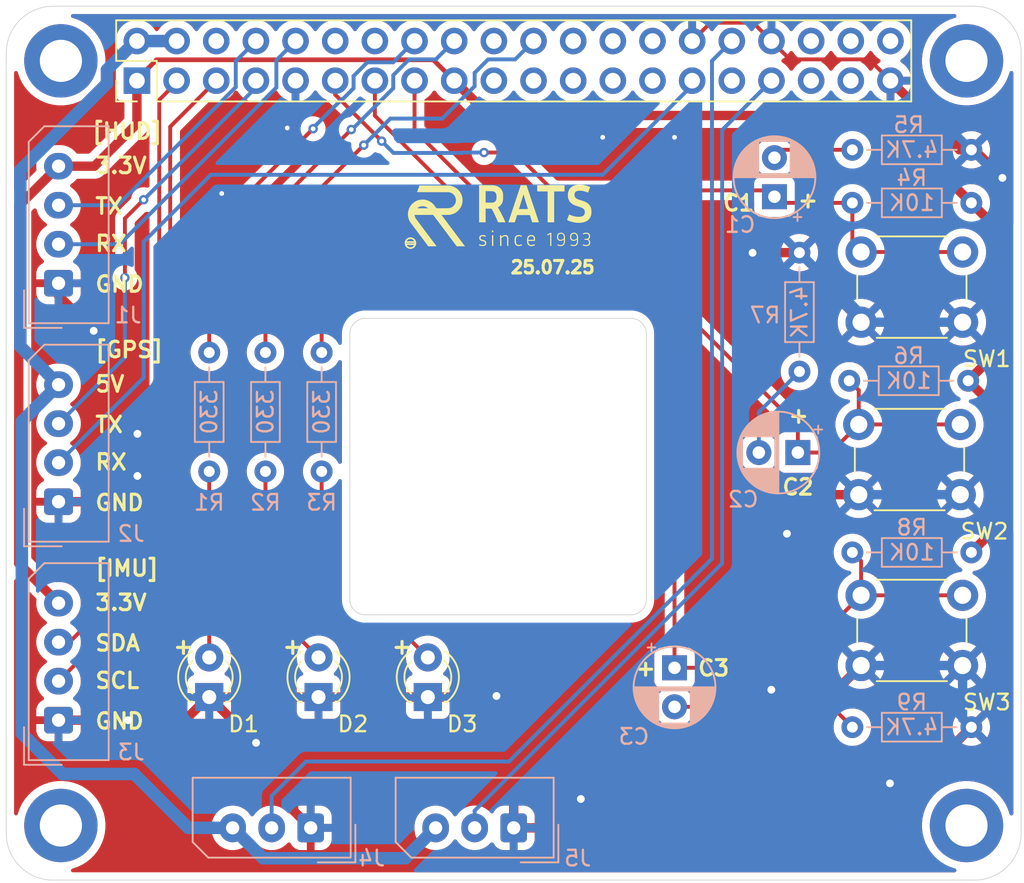
<source format=kicad_pcb>
(kicad_pcb (version 20241229) (generator "pcbnew") (generator_version "9.0")
  (layers (0 "F.Cu" signal) (2 "B.Cu" signal) (13 "F.Paste" user) (15 "B.Paste" user) (5 "F.SilkS" user "F.Silkscreen") (7 "B.SilkS" user "B.Silkscreen") (1 "F.Mask" user) (3 "B.Mask" user) (25 "Edge.Cuts" user))
  (net 0 "")
  (net 1 "Net-(C1-Pad2)")
  (net 2 "UART2_TX")
  (net 3 "Net-(C2-Pad2)")
  (net 4 "GND")
  (net 5 "5V")
  (net 6 "Net-(C3-Pad2)")
  (net 9 "GPIO12_PWM0")
  (net 13 "UART2_RX")
  (net 15 "3.3V")
  (net 18 "GPIO23_LED0")
  (net 19 "I2C0_SDA")
  (net 20 "GPIO27_btn2")
  (net 22 "UART0_RX")
  (net 23 "GPIO24_LED1")
  (net 24 "UART0_TX")
  (net 25 "GPIO22_btn1")
  (net 27 "GPIO25_LED2")
  (net 28 "I2C0_SCL")
  (net 30 "GPIO13_PWM1")
  (net 31 "GPIO17_btn0")
  (net 44 "Net-(D1-A)")
  (net 45 "Net-(D2-A)")
  (net 46 "Net-(D3-A)")
  (footprint "MountingHole:MountingHole_2.7mm_M2.5_DIN965_Pad_TopBottom" (layer "F.Cu") (at 3.5 52.5)
    (property "Reference" "H4" (hide yes))
    (property "Value" "MountingHole_Pad" (hide yes))
    (pad "1" thru_hole circle (at 0 0) (size 3.1 3.1) (drill 2.7) (layers "*.Cu" "*.Mask"))
    (pad "1" connect circle (at 0 0) (size 4.7 4.7) (layers "F.Cu" "F.Mask"))
    (pad "1" connect circle (at 0 0) (size 4.7 4.7) (layers "B.Cu" "B.Mask"))
  )
  (footprint "MountingHole:MountingHole_2.7mm_M2.5_DIN965_Pad_TopBottom" (layer "F.Cu") (at 3.5 3.5)
    (property "Reference" "H1" (hide yes))
    (property "Value" "MountingHole_Pad" (hide yes))
    (pad "1" thru_hole circle (at 0 0) (size 3.1 3.1) (drill 2.7) (layers "*.Cu" "*.Mask"))
    (pad "1" connect circle (at 0 0) (size 4.7 4.7) (layers "F.Cu" "F.Mask"))
    (pad "1" connect circle (at 0 0) (size 4.7 4.7) (layers "B.Cu" "B.Mask"))
  )
  (footprint "LED_THT:LED_D3.0mm" (layer "F.Cu") (at 27 44.27 90)
    (property "Reference" "D3" (at -1.73 2.2 180) (layer "F.SilkS"))
    (property "Value" "LED" (hide yes))
    (pad "1" thru_hole rect (at 0 0 90) (size 1.8 1.8) (drill 0.9) (layers "*.Cu" "*.Mask") (net 4 "GND"))
    (pad "2" thru_hole circle (at 2.54 0 90) (size 1.8 1.8) (drill 0.9) (layers "*.Cu" "*.Mask") (net 46 "Net-(D3-A)"))
  )
  (footprint "LED_THT:LED_D3.0mm" (layer "F.Cu") (at 13 44.27 90)
    (property "Reference" "D1" (at -1.73 2.2 180) (layer "F.SilkS"))
    (property "Value" "LED" (hide yes))
    (pad "1" thru_hole rect (at 0 0 90) (size 1.8 1.8) (drill 0.9) (layers "*.Cu" "*.Mask") (net 4 "GND"))
    (pad "2" thru_hole circle (at 2.54 0 90) (size 1.8 1.8) (drill 0.9) (layers "*.Cu" "*.Mask") (net 44 "Net-(D1-A)"))
  )
  (footprint "Button_Switch_THT:SW_PUSH_6mm" (layer "F.Cu") (at 61.1 31.3 180)
    (property "Reference" "SW2" (at -1.55 -2.35 0) (layer "F.SilkS"))
    (property "Value" "SW_Push" (hide yes))
    (pad "1" thru_hole circle (at 0 0 270) (size 2 2) (drill 1.1) (layers "*.Cu" "*.Mask") (net 4 "GND"))
    (pad "1" thru_hole circle (at 6.5 0 270) (size 2 2) (drill 1.1) (layers "*.Cu" "*.Mask") (net 4 "GND"))
    (pad "2" thru_hole circle (at 0 4.5 270) (size 2 2) (drill 1.1) (layers "*.Cu" "*.Mask") (net 25 "GPIO22_btn1"))
    (pad "2" thru_hole circle (at 6.5 4.5 270) (size 2 2) (drill 1.1) (layers "*.Cu" "*.Mask") (net 25 "GPIO22_btn1"))
  )
  (footprint "MountingHole:MountingHole_2.7mm_M2.5_DIN965_Pad_TopBottom" (layer "F.Cu") (at 61.5 52.5)
    (property "Reference" "H3" (hide yes))
    (property "Value" "MountingHole_Pad" (hide yes))
    (pad "1" thru_hole circle (at 0 0) (size 3.1 3.1) (drill 2.7) (layers "*.Cu" "*.Mask"))
    (pad "1" connect circle (at 0 0) (size 4.7 4.7) (layers "F.Cu" "F.Mask"))
    (pad "1" connect circle (at 0 0) (size 4.7 4.7) (layers "B.Cu" "B.Mask"))
  )
  (footprint "Button_Switch_THT:SW_PUSH_6mm" (layer "F.Cu") (at 61.25 20.25 180)
    (property "Reference" "SW1" (at -1.55 -2.35 0) (layer "F.SilkS"))
    (property "Value" "SW_Push" (hide yes))
    (pad "1" thru_hole circle (at 0 0 270) (size 2 2) (drill 1.1) (layers "*.Cu" "*.Mask") (net 4 "GND"))
    (pad "1" thru_hole circle (at 6.5 0 270) (size 2 2) (drill 1.1) (layers "*.Cu" "*.Mask") (net 4 "GND"))
    (pad "2" thru_hole circle (at 0 4.5 270) (size 2 2) (drill 1.1) (layers "*.Cu" "*.Mask") (net 31 "GPIO17_btn0"))
    (pad "2" thru_hole circle (at 6.5 4.5 270) (size 2 2) (drill 1.1) (layers "*.Cu" "*.Mask") (net 31 "GPIO17_btn0"))
  )
  (footprint "Connector_PinHeader_2.54mm:PinHeader_2x20_P2.54mm_Vertical" (layer "F.Cu") (at 8.37 4.77 90)
    (property "Reference" "G1" (hide yes))
    (property "Value" "GPIO" (hide yes))
    (pad "1" thru_hole rect (at 0 0 90) (size 1.7 1.7) (drill 1) (layers "*.Cu" "*.Mask") (net 15 "3.3V"))
    (pad "2" thru_hole oval (at 2.54 0 90) (size 1.7 1.7) (drill 1) (layers "*.Cu" "*.Mask") (net 5 "5V"))
    (pad "3" thru_hole oval (at 0 2.54 90) (size 1.7 1.7) (drill 1) (layers "*.Cu" "*.Mask") (net 19 "I2C0_SDA"))
    (pad "4" thru_hole oval (at 2.54 2.54 90) (size 1.7 1.7) (drill 1) (layers "*.Cu" "*.Mask") (net 5 "5V"))
    (pad "5" thru_hole oval (at 0 5.08 90) (size 1.7 1.7) (drill 1) (layers "*.Cu" "*.Mask") (net 28 "I2C0_SCL"))
    (pad "6" thru_hole oval (at 2.54 5.08 90) (size 1.7 1.7) (drill 1) (layers "*.Cu" "*.Mask"))
    (pad "7" thru_hole oval (at 0 7.62 90) (size 1.7 1.7) (drill 1) (layers "*.Cu" "*.Mask") (net 2 "UART2_TX"))
    (pad "8" thru_hole oval (at 2.54 7.62 90) (size 1.7 1.7) (drill 1) (layers "*.Cu" "*.Mask") (net 24 "UART0_TX"))
    (pad "9" thru_hole oval (at 0 10.16 90) (size 1.7 1.7) (drill 1) (layers "*.Cu" "*.Mask") (net 4 "GND"))
    (pad "10" thru_hole oval (at 2.54 10.16 90) (size 1.7 1.7) (drill 1) (layers "*.Cu" "*.Mask") (net 22 "UART0_RX"))
    (pad "11" thru_hole oval (at 0 12.7 90) (size 1.7 1.7) (drill 1) (layers "*.Cu" "*.Mask") (net 31 "GPIO17_btn0"))
    (pad "12" thru_hole oval (at 2.54 12.7 90) (size 1.7 1.7) (drill 1) (layers "*.Cu" "*.Mask"))
    (pad "13" thru_hole oval (at 0 15.24 90) (size 1.7 1.7) (drill 1) (layers "*.Cu" "*.Mask") (net 20 "GPIO27_btn2"))
    (pad "14" thru_hole oval (at 2.54 15.24 90) (size 1.7 1.7) (drill 1) (layers "*.Cu" "*.Mask"))
    (pad "15" thru_hole oval (at 0 17.78 90) (size 1.7 1.7) (drill 1) (layers "*.Cu" "*.Mask") (net 25 "GPIO22_btn1"))
    (pad "16" thru_hole oval (at 2.54 17.78 90) (size 1.7 1.7) (drill 1) (layers "*.Cu" "*.Mask") (net 18 "GPIO23_LED0"))
    (pad "17" thru_hole oval (at 0 20.32 90) (size 1.7 1.7) (drill 1) (layers "*.Cu" "*.Mask") (net 15 "3.3V"))
    (pad "18" thru_hole oval (at 2.54 20.32 90) (size 1.7 1.7) (drill 1) (layers "*.Cu" "*.Mask") (net 23 "GPIO24_LED1"))
    (pad "19" thru_hole oval (at 0 22.86 90) (size 1.7 1.7) (drill 1) (layers "*.Cu" "*.Mask"))
    (pad "20" thru_hole oval (at 2.54 22.86 90) (size 1.7 1.7) (drill 1) (layers "*.Cu" "*.Mask"))
    (pad "21" thru_hole oval (at 0 25.4 90) (size 1.7 1.7) (drill 1) (layers "*.Cu" "*.Mask"))
    (pad "22" thru_hole oval (at 2.54 25.4 90) (size 1.7 1.7) (drill 1) (layers "*.Cu" "*.Mask") (net 27 "GPIO25_LED2"))
    (pad "23" thru_hole oval (at 0 27.94 90) (size 1.7 1.7) (drill 1) (layers "*.Cu" "*.Mask"))
    (pad "24" thru_hole oval (at 2.54 27.94 90) (size 1.7 1.7) (drill 1) (layers "*.Cu" "*.Mask"))
    (pad "25" thru_hole oval (at 0 30.48 90) (size 1.7 1.7) (drill 1) (layers "*.Cu" "*.Mask"))
    (pad "26" thru_hole oval (at 2.54 30.48 90) (size 1.7 1.7) (drill 1) (layers "*.Cu" "*.Mask"))
    (pad "27" thru_hole oval (at 0 33.02 90) (size 1.7 1.7) (drill 1) (layers "*.Cu" "*.Mask"))
    (pad "28" thru_hole oval (at 2.54 33.02 90) (size 1.7 1.7) (drill 1) (layers "*.Cu" "*.Mask"))
    (pad "29" thru_hole oval (at 0 35.56 90) (size 1.7 1.7) (drill 1) (layers "*.Cu" "*.Mask") (net 13 "UART2_RX"))
    (pad "30" thru_hole oval (at 2.54 35.56 90) (size 1.7 1.7) (drill 1) (layers "*.Cu" "*.Mask") (net 4 "GND"))
    (pad "31" thru_hole oval (at 0 38.1 90) (size 1.7 1.7) (drill 1) (layers "*.Cu" "*.Mask"))
    (pad "32" thru_hole oval (at 2.54 38.1 90) (size 1.7 1.7) (drill 1) (layers "*.Cu" "*.Mask") (net 9 "GPIO12_PWM0"))
    (pad "33" thru_hole oval (at 0 40.64 90) (size 1.7 1.7) (drill 1) (layers "*.Cu" "*.Mask") (net 30 "GPIO13_PWM1"))
    (pad "34" thru_hole oval (at 2.54 40.64 90) (size 1.7 1.7) (drill 1) (layers "*.Cu" "*.Mask") (net 4 "GND"))
    (pad "35" thru_hole oval (at 0 43.18 90) (size 1.7 1.7) (drill 1) (layers "*.Cu" "*.Mask"))
    (pad "36" thru_hole oval (at 2.54 43.18 90) (size 1.7 1.7) (drill 1) (layers "*.Cu" "*.Mask"))
    (pad "37" thru_hole oval (at 0 45.72 90) (size 1.7 1.7) (drill 1) (layers "*.Cu" "*.Mask"))
    (pad "38" thru_hole oval (at 2.54 45.72 90) (size 1.7 1.7) (drill 1) (layers "*.Cu" "*.Mask"))
    (pad "39" thru_hole oval (at 0 48.26 90) (size 1.7 1.7) (drill 1) (layers "*.Cu" "*.Mask") (net 4 "GND"))
    (pad "40" thru_hole oval (at 2.54 48.26 90) (size 1.7 1.7) (drill 1) (layers "*.Cu" "*.Mask"))
  )
  (footprint "MountingHole:MountingHole_2.7mm_M2.5_DIN965_Pad_TopBottom" (layer "F.Cu") (at 61.5 3.5)
    (property "Reference" "H2" (hide yes))
    (property "Value" "MountingHole_Pad" (hide yes))
    (pad "1" thru_hole circle (at 0 0) (size 3.1 3.1) (drill 2.7) (layers "*.Cu" "*.Mask"))
    (pad "1" connect circle (at 0 0) (size 4.7 4.7) (layers "F.Cu" "F.Mask"))
    (pad "1" connect circle (at 0 0) (size 4.7 4.7) (layers "B.Cu" "B.Mask"))
  )
  (footprint "Button_Switch_THT:SW_PUSH_6mm" (layer "F.Cu") (at 61.25 42.25 180)
    (property "Reference" "SW3" (at -1.55 -2.35 0) (layer "F.SilkS"))
    (property "Value" "SW_Push" (hide yes))
    (pad "1" thru_hole circle (at 0 0 270) (size 2 2) (drill 1.1) (layers "*.Cu" "*.Mask") (net 4 "GND"))
    (pad "1" thru_hole circle (at 6.5 0 270) (size 2 2) (drill 1.1) (layers "*.Cu" "*.Mask") (net 4 "GND"))
    (pad "2" thru_hole circle (at 0 4.5 270) (size 2 2) (drill 1.1) (layers "*.Cu" "*.Mask") (net 20 "GPIO27_btn2"))
    (pad "2" thru_hole circle (at 6.5 4.5 270) (size 2 2) (drill 1.1) (layers "*.Cu" "*.Mask") (net 20 "GPIO27_btn2"))
  )
  (footprint "LOGO" (layer "F.Cu") (at 31.5 13.5)
    (property "Reference" "G***" (hide yes))
    (property "Value" "LOGO" (hide yes))
  )
  (footprint "LED_THT:LED_D3.0mm" (layer "F.Cu") (at 20 44.27 90)
    (property "Reference" "D2" (at -1.73 2.2 180) (layer "F.SilkS"))
    (property "Value" "LED" (hide yes))
    (pad "1" thru_hole rect (at 0 0 90) (size 1.8 1.8) (drill 0.9) (layers "*.Cu" "*.Mask") (net 4 "GND"))
    (pad "2" thru_hole circle (at 2.54 0 90) (size 1.8 1.8) (drill 0.9) (layers "*.Cu" "*.Mask") (net 45 "Net-(D2-A)"))
  )
  (footprint "Capacitor_THT:CP_Radial_D5.0mm_P2.50mm" (layer "B.Cu") (at 50.7 28.6 180)
    (property "Reference" "C2" (at 3.5 -3 0) (layer "B.SilkS") (effects (justify mirror)))
    (property "Value" "100nF, 50V" (hide yes))
    (pad "1" thru_hole rect (at 0 0 180) (size 1.6 1.6) (drill 0.8) (layers "*.Cu" "*.Mask") (net 25 "GPIO22_btn1"))
    (pad "2" thru_hole circle (at 2.5 0 180) (size 1.6 1.6) (drill 0.8) (layers "*.Cu" "*.Mask") (net 3 "Net-(C2-Pad2)"))
  )
  (footprint "Resistor_THT:R_Axial_DIN0204_L3.6mm_D1.6mm_P7.62mm_Horizontal" (layer "B.Cu") (at 20.2 22.19 -90)
    (property "Reference" "R3" (at 9.61 0 180) (layer "B.SilkS") (effects (justify mirror)))
    (property "Value" "330" (at 3.81 0 90) (layer "B.SilkS") (effects (justify mirror)))
    (pad "1" thru_hole circle (at 0 0 270) (size 1.4 1.4) (drill 0.7) (layers "*.Cu" "*.Mask") (net 27 "GPIO25_LED2"))
    (pad "2" thru_hole oval (at 7.62 0 270) (size 1.4 1.4) (drill 0.7) (layers "*.Cu" "*.Mask") (net 46 "Net-(D3-A)"))
  )
  (footprint "Resistor_THT:R_Axial_DIN0204_L3.6mm_D1.6mm_P7.62mm_Horizontal" (layer "B.Cu") (at 54.19 35)
    (property "Reference" "R8" (at 3.81 -1.6 0) (layer "B.SilkS") (effects (justify mirror)))
    (property "Value" "10K" (at 3.81 0 0) (layer "B.SilkS") (effects (justify mirror)))
    (pad "1" thru_hole circle (at 0 0) (size 1.4 1.4) (drill 0.7) (layers "*.Cu" "*.Mask") (net 20 "GPIO27_btn2"))
    (pad "2" thru_hole oval (at 7.62 0) (size 1.4 1.4) (drill 0.7) (layers "*.Cu" "*.Mask") (net 15 "3.3V"))
  )
  (footprint "Resistor_THT:R_Axial_DIN0204_L3.6mm_D1.6mm_P7.62mm_Horizontal" (layer "B.Cu") (at 61.81 9.2 180)
    (property "Reference" "R5" (at 4.01 1.6 0) (layer "B.SilkS") (effects (justify mirror)))
    (property "Value" "4.7K" (at 3.81 0 0) (layer "B.SilkS") (effects (justify mirror)))
    (pad "1" thru_hole circle (at 0 0 180) (size 1.4 1.4) (drill 0.7) (layers "*.Cu" "*.Mask") (net 4 "GND"))
    (pad "2" thru_hole oval (at 7.62 0 180) (size 1.4 1.4) (drill 0.7) (layers "*.Cu" "*.Mask") (net 1 "Net-(C1-Pad2)"))
  )
  (footprint "Resistor_THT:R_Axial_DIN0204_L3.6mm_D1.6mm_P7.62mm_Horizontal" (layer "B.Cu") (at 13 22.19 -90)
    (property "Reference" "R1" (at 9.61 0 180) (layer "B.SilkS") (effects (justify mirror)))
    (property "Value" "330" (at 3.81 0 90) (layer "B.SilkS") (effects (justify mirror)))
    (pad "1" thru_hole circle (at 0 0 270) (size 1.4 1.4) (drill 0.7) (layers "*.Cu" "*.Mask") (net 18 "GPIO23_LED0"))
    (pad "2" thru_hole oval (at 7.62 0 270) (size 1.4 1.4) (drill 0.7) (layers "*.Cu" "*.Mask") (net 44 "Net-(D1-A)"))
  )
  (footprint "Resistor_THT:R_Axial_DIN0204_L3.6mm_D1.6mm_P7.62mm_Horizontal" (layer "B.Cu") (at 53.99 24)
    (property "Reference" "R6" (at 3.81 -1.6 0) (layer "B.SilkS") (effects (justify mirror)))
    (property "Value" "10K" (at 3.81 0 0) (layer "B.SilkS") (effects (justify mirror)))
    (pad "1" thru_hole circle (at 0 0) (size 1.4 1.4) (drill 0.7) (layers "*.Cu" "*.Mask") (net 25 "GPIO22_btn1"))
    (pad "2" thru_hole oval (at 7.62 0) (size 1.4 1.4) (drill 0.7) (layers "*.Cu" "*.Mask") (net 15 "3.3V"))
  )
  (footprint "Resistor_THT:R_Axial_DIN0204_L3.6mm_D1.6mm_P7.62mm_Horizontal" (layer "B.Cu") (at 54.19 12.6)
    (property "Reference" "R4" (at 3.81 -1.6 0) (layer "B.SilkS") (effects (justify mirror)))
    (property "Value" "10K" (at 3.81 0 0) (layer "B.SilkS") (effects (justify mirror)))
    (pad "1" thru_hole circle (at 0 0) (size 1.4 1.4) (drill 0.7) (layers "*.Cu" "*.Mask") (net 31 "GPIO17_btn0"))
    (pad "2" thru_hole oval (at 7.62 0) (size 1.4 1.4) (drill 0.7) (layers "*.Cu" "*.Mask") (net 15 "3.3V"))
  )
  (footprint "Connector_Molex:Molex_SPOX_5267-04A_1x04_P2.50mm_Vertical" (layer "B.Cu") (at 3.35 17.75 90)
    (property "Reference" "J1" (at -2.05 4.45 180) (layer "B.SilkS") (effects (justify mirror)))
    (property "Value" "Molex_5268-1x4_F" (hide yes))
    (pad "1" thru_hole roundrect (at 0 0 90) (size 1.7 1.85) (drill 0.85) (layers "*.Cu" "*.Mask") (roundrect_rratio 0.147059) (net 4 "GND"))
    (pad "2" thru_hole oval (at 2.5 0 90) (size 1.7 1.85) (drill 0.85) (layers "*.Cu" "*.Mask") (net 22 "UART0_RX"))
    (pad "3" thru_hole oval (at 5 0 90) (size 1.7 1.85) (drill 0.85) (layers "*.Cu" "*.Mask") (net 24 "UART0_TX"))
    (pad "4" thru_hole oval (at 7.5 0 90) (size 1.7 1.85) (drill 0.85) (layers "*.Cu" "*.Mask") (net 15 "3.3V"))
  )
  (footprint "Resistor_THT:R_Axial_DIN0204_L3.6mm_D1.6mm_P7.62mm_Horizontal" (layer "B.Cu") (at 16.6 22.19 -90)
    (property "Reference" "R2" (at 9.61 0 180) (layer "B.SilkS") (effects (justify mirror)))
    (property "Value" "330" (at 3.81 0 90) (layer "B.SilkS") (effects (justify mirror)))
    (pad "1" thru_hole circle (at 0 0 270) (size 1.4 1.4) (drill 0.7) (layers "*.Cu" "*.Mask") (net 23 "GPIO24_LED1"))
    (pad "2" thru_hole oval (at 7.62 0 270) (size 1.4 1.4) (drill 0.7) (layers "*.Cu" "*.Mask") (net 45 "Net-(D2-A)"))
  )
  (footprint "Resistor_THT:R_Axial_DIN0204_L3.6mm_D1.6mm_P7.62mm_Horizontal" (layer "B.Cu") (at 61.81 46.2 180)
    (property "Reference" "R9" (at 3.81 1.6 0) (layer "B.SilkS") (effects (justify mirror)))
    (property "Value" "4.7K" (at 3.81 0 0) (layer "B.SilkS") (effects (justify mirror)))
    (pad "1" thru_hole circle (at 0 0 180) (size 1.4 1.4) (drill 0.7) (layers "*.Cu" "*.Mask") (net 4 "GND"))
    (pad "2" thru_hole oval (at 7.62 0 180) (size 1.4 1.4) (drill 0.7) (layers "*.Cu" "*.Mask") (net 6 "Net-(C3-Pad2)"))
  )
  (footprint "Resistor_THT:R_Axial_DIN0204_L3.6mm_D1.6mm_P7.62mm_Horizontal" (layer "B.Cu") (at 50.8 15.79 -90)
    (property "Reference" "R7" (at 4.01 2.2 180) (layer "B.SilkS") (effects (justify mirror)))
    (property "Value" "4.7K" (at 3.81 0 90) (layer "B.SilkS") (effects (justify mirror)))
    (pad "1" thru_hole circle (at 0 0 270) (size 1.4 1.4) (drill 0.7) (layers "*.Cu" "*.Mask") (net 4 "GND"))
    (pad "2" thru_hole oval (at 7.62 0 270) (size 1.4 1.4) (drill 0.7) (layers "*.Cu" "*.Mask") (net 3 "Net-(C2-Pad2)"))
  )
  (footprint "Capacitor_THT:CP_Radial_D5.0mm_P2.50mm" (layer "B.Cu") (at 49.2 12.205113 90)
    (property "Reference" "C1" (at -1.794887 -2.2 180) (layer "B.SilkS") (effects (justify mirror)))
    (property "Value" "100nF, 50V" (hide yes))
    (pad "1" thru_hole rect (at 0 0 90) (size 1.6 1.6) (drill 0.8) (layers "*.Cu" "*.Mask") (net 31 "GPIO17_btn0"))
    (pad "2" thru_hole circle (at 2.5 0 90) (size 1.6 1.6) (drill 0.8) (layers "*.Cu" "*.Mask") (net 1 "Net-(C1-Pad2)"))
  )
  (footprint "Connector_Molex:Molex_SPOX_5267-03A_1x03_P2.50mm_Vertical" (layer "B.Cu") (at 19.5 52.65 180)
    (property "Reference" "J4" (at -3.9 -1.95 0) (layer "B.SilkS") (effects (justify mirror)))
    (property "Value" "Conn_01x03_Socket" (hide yes))
    (pad "1" thru_hole roundrect (at 0 0 180) (size 1.7 1.85) (drill 0.85) (layers "*.Cu" "*.Mask") (roundrect_rratio 0.147059) (net 4 "GND"))
    (pad "2" thru_hole oval (at 2.5 0 180) (size 1.7 1.85) (drill 0.85) (layers "*.Cu" "*.Mask") (net 9 "GPIO12_PWM0"))
    (pad "3" thru_hole oval (at 5 0 180) (size 1.7 1.85) (drill 0.85) (layers "*.Cu" "*.Mask") (net 5 "5V"))
  )
  (footprint "Connector_Molex:Molex_SPOX_5267-04A_1x04_P2.50mm_Vertical" (layer "B.Cu") (at 3.35 31.75 90)
    (property "Reference" "J2" (at -2.05 4.65 180) (layer "B.SilkS") (effects (justify mirror)))
    (property "Value" "Molex_5268-1x4_F" (hide yes))
    (pad "1" thru_hole roundrect (at 0 0 90) (size 1.7 1.85) (drill 0.85) (layers "*.Cu" "*.Mask") (roundrect_rratio 0.147059) (net 4 "GND"))
    (pad "2" thru_hole oval (at 2.5 0 90) (size 1.7 1.85) (drill 0.85) (layers "*.Cu" "*.Mask") (net 13 "UART2_RX"))
    (pad "3" thru_hole oval (at 5 0 90) (size 1.7 1.85) (drill 0.85) (layers "*.Cu" "*.Mask") (net 2 "UART2_TX"))
    (pad "4" thru_hole oval (at 7.5 0 90) (size 1.7 1.85) (drill 0.85) (layers "*.Cu" "*.Mask") (net 5 "5V"))
  )
  (footprint "Capacitor_THT:CP_Radial_D5.0mm_P2.50mm" (layer "B.Cu") (at 42.8 42.394888 -90)
    (property "Reference" "C3" (at 4.405112 2.6 180) (layer "B.SilkS") (effects (justify mirror)))
    (property "Value" "100nF, 50V" (hide yes))
    (pad "1" thru_hole rect (at 0 0 270) (size 1.6 1.6) (drill 0.8) (layers "*.Cu" "*.Mask") (net 20 "GPIO27_btn2"))
    (pad "2" thru_hole circle (at 2.5 0 270) (size 1.6 1.6) (drill 0.8) (layers "*.Cu" "*.Mask") (net 6 "Net-(C3-Pad2)"))
  )
  (footprint "Connector_Molex:Molex_SPOX_5267-04A_1x04_P2.50mm_Vertical" (layer "B.Cu") (at 3.35 45.75 90)
    (property "Reference" "J3" (at -2.05 4.65 180) (layer "B.SilkS") (effects (justify mirror)))
    (property "Value" "Molex_5268-1x4_F" (hide yes))
    (pad "1" thru_hole roundrect (at 0 0 90) (size 1.7 1.85) (drill 0.85) (layers "*.Cu" "*.Mask") (roundrect_rratio 0.147059) (net 4 "GND"))
    (pad "2" thru_hole oval (at 2.5 0 90) (size 1.7 1.85) (drill 0.85) (layers "*.Cu" "*.Mask") (net 28 "I2C0_SCL"))
    (pad "3" thru_hole oval (at 5 0 90) (size 1.7 1.85) (drill 0.85) (layers "*.Cu" "*.Mask") (net 19 "I2C0_SDA"))
    (pad "4" thru_hole oval (at 7.5 0 90) (size 1.7 1.85) (drill 0.85) (layers "*.Cu" "*.Mask") (net 15 "3.3V"))
  )
  (footprint "Connector_Molex:Molex_SPOX_5267-03A_1x03_P2.50mm_Vertical" (layer "B.Cu") (at 32.5 52.65 180)
    (property "Reference" "J5" (at -4.1 -1.95 0) (layer "B.SilkS") (effects (justify mirror)))
    (property "Value" "Conn_01x03_Socket" (hide yes))
    (pad "1" thru_hole roundrect (at 0 0 180) (size 1.7 1.85) (drill 0.85) (layers "*.Cu" "*.Mask") (roundrect_rratio 0.147059) (net 4 "GND"))
    (pad "2" thru_hole oval (at 2.5 0 180) (size 1.7 1.85) (drill 0.85) (layers "*.Cu" "*.Mask") (net 30 "GPIO13_PWM1"))
    (pad "3" thru_hole oval (at 5 0 180) (size 1.7 1.85) (drill 0.85) (layers "*.Cu" "*.Mask") (net 5 "5V"))
  )
  (gr_arc (start 65 53) (mid 64.12132 55.12132) (end 62 56) (stroke (width 0.05)) (layer "Edge.Cuts"))
  (gr_arc (start 3 56) (mid 0.87868 55.12132) (end 0 53) (stroke (width 0.05)) (layer "Edge.Cuts"))
  (gr_line (start 41 38) (end 41 21) (stroke (width 0.05)) (layer "Edge.Cuts"))
  (gr_line (start 62 56) (end 3 56) (stroke (width 0.05)) (layer "Edge.Cuts"))
  (gr_line (start 65 3) (end 65 53) (stroke (width 0.05)) (layer "Edge.Cuts"))
  (gr_line (start 40 20) (end 23 20) (stroke (width 0.05)) (layer "Edge.Cuts"))
  (gr_arc (start 0 3) (mid 0.87868 0.87868) (end 3 0) (stroke (width 0.05)) (layer "Edge.Cuts"))
  (gr_line (start 0 53) (end 0 3) (stroke (width 0.05)) (layer "Edge.Cuts"))
  (gr_line (start 3 0) (end 62 0) (stroke (width 0.05)) (layer "Edge.Cuts"))
  (gr_arc (start 40 20) (mid 40.707107 20.292893) (end 41 21) (stroke (width 0.05)) (layer "Edge.Cuts"))
  (gr_line (start 23 39) (end 40 39) (stroke (width 0.05)) (layer "Edge.Cuts"))
  (gr_arc (start 41 38) (mid 40.707107 38.707107) (end 40 39) (stroke (width 0.05)) (layer "Edge.Cuts"))
  (gr_arc (start 22 21) (mid 22.292893 20.292893) (end 23 20) (stroke (width 0.05)) (layer "Edge.Cuts"))
  (gr_arc (start 23 39) (mid 22.292893 38.707107) (end 22 38) (stroke (width 0.05)) (layer "Edge.Cuts"))
  (gr_arc (start 62 0) (mid 64.12132 0.87868) (end 65 3) (stroke (width 0.05)) (layer "Edge.Cuts"))
  (gr_line (start 22 21) (end 22 38) (stroke (width 0.05)) (layer "Edge.Cuts"))
  (gr_text "3.3V" (at 5.6 38.8 0) (layer "F.SilkS") (effects (font (size 1 1) (thickness 0.2) (bold yes)) (justify left bottom)))
  (gr_text "3.3V" (at 5.6 10.8 0) (layer "F.SilkS") (effects (font (size 1 1) (thickness 0.2) (bold yes)) (justify left bottom)))
  (gr_text "+" (at 17.6 41.6 0) (layer "F.SilkS") (effects (font (size 1 1) (thickness 0.2) (bold yes)) (justify left bottom)))
  (gr_text "RX" (at 5.6 15.8 0) (layer "F.SilkS") (effects (font (size 1 1) (thickness 0.2) (bold yes)) (justify left bottom)))
  (gr_text "TX" (at 5.6 27.4 0) (layer "F.SilkS") (effects (font (size 1 1) (thickness 0.2) (bold yes)) (justify left bottom)))
  (gr_text "5V" (at 5.6 24.8 0) (layer "F.SilkS") (effects (font (size 1 1) (thickness 0.2) (bold yes)) (justify left bottom)))
  (gr_text "SDA" (at 5.6 41.4 0) (layer "F.SilkS") (effects (font (size 1 1) (thickness 0.2) (bold yes)) (justify left bottom)))
  (gr_text "[HUD]\n" (at 5.4 8.6 0) (layer "F.SilkS") (effects (font (size 1 1) (thickness 0.2) (bold yes)) (justify left bottom)))
  (gr_text "C2" (at 49.6 31.4 0) (layer "F.SilkS") (effects (font (size 1 1) (thickness 0.2) (bold yes)) (justify left bottom)))
  (gr_text "GND" (at 5.6 18.4 0) (layer "F.SilkS") (effects (font (size 1 1) (thickness 0.2) (bold yes)) (justify left bottom)))
  (gr_text "GND" (at 5.6 32.4 0) (layer "F.SilkS") (effects (font (size 1 1) (thickness 0.2) (bold yes)) (justify left bottom)))
  (gr_text "25.07.25" (at 32.2 17.2 0) (layer "F.SilkS") (effects (font (size 0.8 0.8) (thickness 0.2) (bold yes)) (justify left bottom)))
  (gr_text "TX" (at 5.6 13.4 0) (layer "F.SilkS") (effects (font (size 1 1) (thickness 0.2) (bold yes)) (justify left bottom)))
  (gr_text "[IMU]\n" (at 5.6 36.6 0) (layer "F.SilkS") (effects (font (size 1 1) (thickness 0.2) (bold yes)) (justify left bottom)))
  (gr_text "SCL" (at 5.6 43.8 0) (layer "F.SilkS") (effects (font (size 1 1) (thickness 0.2) (bold yes)) (justify left bottom)))
  (gr_text "+" (at 50 26.8 0) (layer "F.SilkS") (effects (font (size 1 1) (thickness 0.2) (bold yes)) (justify left bottom)))
  (gr_text "+" (at 40.2 43 0) (layer "F.SilkS") (effects (font (size 1 1) (thickness 0.2) (bold yes)) (justify left bottom)))
  (gr_text "+" (at 10.6 41.6 0) (layer "F.SilkS") (effects (font (size 1 1) (thickness 0.2) (bold yes)) (justify left bottom)))
  (gr_text "+" (at 50.6 13 0) (layer "F.SilkS") (effects (font (size 1 1) (thickness 0.2) (bold yes)) (justify left bottom)))
  (gr_text "RX" (at 5.6 29.8 0) (layer "F.SilkS") (effects (font (size 1 1) (thickness 0.2) (bold yes)) (justify left bottom)))
  (gr_text "C1" (at 45.8 13.2 0) (layer "F.SilkS") (effects (font (size 1 1) (thickness 0.2) (bold yes)) (justify left bottom)))
  (gr_text "C3" (at 44.2 43 0) (layer "F.SilkS") (effects (font (size 1 1) (thickness 0.2) (bold yes)) (justify left bottom)))
  (gr_text "+" (at 24.6 41.6 0) (layer "F.SilkS") (effects (font (size 1 1) (thickness 0.2) (bold yes)) (justify left bottom)))
  (gr_text "GND" (at 5.6 46.4 0) (layer "F.SilkS") (effects (font (size 1 1) (thickness 0.2) (bold yes)) (justify left bottom)))
  (gr_text "[GPS]\n" (at 5.6 22.6 0) (layer "F.SilkS") (effects (font (size 1 1) (thickness 0.2) (bold yes)) (justify left bottom)))
  (segment (start 49.705113 9.2) (end 49.2 9.705113) (width 0.25) (layer "F.Cu") (net 1))
  (segment (start 54.19 9.2) (end 49.705113 9.2) (width 0.25) (layer "F.Cu") (net 1))
  (segment (start 16.002 4.782) (end 15.99 4.77) (width 0.25) (layer "F.Cu") (net 2))
  (segment (start 7.6 17.4) (end 7.6 13.6) (width 0.25) (layer "F.Cu") (net 2))
  (segment (start 15.99 5.11) (end 15.99 4.77) (width 0.25) (layer "F.Cu") (net 2))
  (segment (start 8.8 12.4) (end 7.6 13.6) (width 0.25) (layer "F.Cu") (net 2))
  (via (at 7.6 17.4) (size 0.6) (drill 0.3) (layers "F.Cu" "B.Cu") (net 2))
  (via (at 8.8 12.4) (size 0.6) (drill 0.3) (layers "F.Cu" "B.Cu") (net 2))
  (segment (start 8.8 12.4) (end 15.99 5.21) (width 0.25) (layer "B.Cu") (net 2))
  (segment (start 3.35 26.75) (end 7.6 22.5) (width 0.25) (layer "B.Cu") (net 2))
  (segment (start 15.99 5.21) (end 15.99 4.77) (width 0.25) (layer "B.Cu") (net 2))
  (segment (start 7.6 22.5) (end 7.6 17.4) (width 0.25) (layer "B.Cu") (net 2))
  (segment (start 48.2 28.6) (end 48.2 26.01) (width 0.25) (layer "B.Cu") (net 3))
  (segment (start 48.2 26.01) (end 50.8 23.41) (width 0.25) (layer "B.Cu") (net 3))
  (segment (start 18.4 51.55) (end 19.5 52.65) (width 0.6) (layer "F.Cu") (net 4))
  (segment (start 7.8 45.75) (end 11.45 45.75) (width 0.6) (layer "F.Cu") (net 4))
  (segment (start 61.06 9.2) (end 61.81 9.2) (width 0.6) (layer "F.Cu") (net 4))
  (segment (start 52.5 31.3) (end 50 33.8) (width 0.6) (layer "F.Cu") (net 4))
  (segment (start 62 9.2) (end 63.8 11) (width 0.6) (layer "F.Cu") (net 4))
  (segment (start 32.5 45.3) (end 31.4 44.2) (width 0.6) (layer "F.Cu") (net 4))
  (segment (start 18 7.8) (end 13.8 12) (width 0.25) (layer "F.Cu") (net 4))
  (segment (start 43.93 2.23) (end 45.106 1.054) (width 0.25) (layer "F.Cu") (net 4))
  (segment (start 55.266 3.406) (end 56.63 4.77) (width 0.25) (layer "F.Cu") (net 4))
  (segment (start 12.93 44.27) (end 13 44.27) (width 0.6) (layer "F.Cu") (net 4))
  (segment (start 27 44.27) (end 20 44.27) (width 0.6) (layer "F.Cu") (net 4))
  (segment (start 56.63 4.77) (end 61.06 9.2) (width 0.6) (layer "F.Cu") (net 4))
  (segment (start 38.2 8.4) (end 42.8 8.4) (width 0.25) (layer "F.Cu") (net 4))
  (segment (start 58.21 49.8) (end 56.6 49.8) (width 0.6) (layer "F.Cu") (net 4))
  (segment (start 8.4 30.1) (end 6.75 31.75) (width 0.6) (layer "F.Cu") (net 4))
  (segment (start 27 44.27) (end 31.33 44.27) (width 0.6) (layer "F.Cu") (net 4))
  (segment (start 45.106 1.054) (end 47.834 1.054) (width 0.25) (layer "F.Cu") (net 4))
  (segment (start 54.75 42.25) (end 53.2 43.8) (width 0.6) (layer "F.Cu") (net 4))
  (segment (start 7.4 22.6) (end 7.4 26.4) (width 0.6) (layer "F.Cu") (net 4))
  (segment (start 54.6 31.3) (end 52.5 31.3) (width 0.6) (layer "F.Cu") (net 4))
  (segment (start 34.95 52.65) (end 36.8 50.8) (width 0.6) (layer "F.Cu") (net 4))
  (segment (start 50.186 3.406) (end 55.266 3.406) (width 0.25) (layer "F.Cu") (net 4))
  (segment (start 3.35 18.55) (end 5.6 20.8) (width 0.6) (layer "F.Cu") (net 4))
  (segment (start 47.834 1.054) (end 49.01 2.23) (width 0.25) (layer "F.Cu") (net 4))
  (segment (start 16 47.2) (end 18.4 49.6) (width 0.6) (layer "F.Cu") (net 4))
  (segment (start 47.81 15.79) (end 47.8 15.8) (width 0.6) (layer "F.Cu") (net 4))
  (segment (start 31.33 44.27) (end 31.4 44.2) (width 0.6) (layer "F.Cu") (net 4))
  (segment (start 61.81 46.2) (end 58.21 49.8) (width 0.6) (layer "F.Cu") (net 4))
  (segment (start 18.4 49.6) (end 18.4 51.55) (width 0.6) (layer "F.Cu") (net 4))
  (segment (start 61.81 9.2) (end 62 9.2) (width 0.6) (layer "F.Cu") (net 4))
  (segment (start 49.01 2.23) (end 50.186 3.406) (width 0.25) (layer "F.Cu") (net 4))
  (segment (start 16 47.2) (end 14.87 46.07) (width 0.6) (layer "F.Cu") (net 4))
  (segment (start 14.8 46.07) (end 13 44.27) (width 0.6) (layer "F.Cu") (net 4))
  (segment (start 3.35 17.75) (end 3.35 18.55) (width 0.6) (layer "F.Cu") (net 4))
  (segment (start 11.45 45.75) (end 12.93 44.27) (width 0.6) (layer "F.Cu") (net 4))
  (segment (start 20 44.27) (end 13 44.27) (width 0.6) (layer "F.Cu") (net 4))
  (segment (start 7.4 26.4) (end 7.6 26.6) (width 0.6) (layer "F.Cu") (net 4))
  (segment (start 32.5 52.65) (end 32.5 45.3) (width 0.6) (layer "F.Cu") (net 4))
  (segment (start 14.87 46.07) (end 14.8 46.07) (width 0.6) (layer "F.Cu") (net 4))
  (segment (start 53.2 43.8) (end 49 43.8) (width 0.6) (layer "F.Cu") (net 4))
  (segment (start 6.75 31.75) (end 3.35 31.75) (width 0.6) (layer "F.Cu") (net 4))
  (segment (start 18.53 7.27) (end 18 7.8) (width 0.25) (layer "F.Cu") (net 4))
  (segment (start 32.5 52.65) (end 34.95 52.65) (width 0.6) (layer "F.Cu") (net 4))
  (segment (start 7.8 45.75) (end 3.35 45.75) (width 0.6) (layer "F.Cu") (net 4))
  (segment (start 18.53 4.77) (end 18.53 7.27) (width 0.25) (layer "F.Cu") (net 4))
  (segment (start 5.6 20.8) (end 7.4 22.6) (width 0.6) (layer "F.Cu") (net 4))
  (segment (start 7.6 26.6) (end 8.4 27.4) (width 0.6) (layer "F.Cu") (net 4))
  (segment (start 50.8 15.79) (end 47.81 15.79) (width 0.6) (layer "F.Cu") (net 4))
  (via (at 36.8 50.8) (size 0.8) (drill 0.5) (layers "F.Cu" "B.Cu") (net 4))
  (via (at 50 33.8) (size 0.8) (drill 0.5) (layers "F.Cu" "B.Cu") (net 4))
  (via (at 47.8 15.8) (size 0.8) (drill 0.5) (layers "F.Cu" "B.Cu") (net 4))
  (via (at 38.2 8.4) (size 0.6) (drill 0.3) (layers "F.Cu" "B.Cu") (net 4))
  (via (at 5.6 20.8) (size 0.8) (drill 0.5) (layers "F.Cu" "B.Cu") (net 4))
  (via (at 8.4 30.1) (size 0.8) (drill 0.5) (layers "F.Cu" "B.Cu") (net 4))
  (via (at 31.4 44.2) (size 0.8) (drill 0.5) (layers "F.Cu" "B.Cu") (net 4))
  (via (at 18 7.8) (size 0.6) (drill 0.3) (layers "F.Cu" "B.Cu") (net 4))
  (via (at 13.8 12) (size 0.6) (drill 0.3) (layers "F.Cu" "B.Cu") (net 4))
  (via (at 63.8 11) (size 0.8) (drill 0.5) (layers "F.Cu" "B.Cu") (net 4))
  (via (at 42.8 8.4) (size 0.6) (drill 0.3) (layers "F.Cu" "B.Cu") (net 4))
  (via (at 49 43.8) (size 0.8) (drill 0.5) (layers "F.Cu" "B.Cu") (net 4))
  (via (at 16 47.2) (size 0.8) (drill 0.5) (layers "F.Cu" "B.Cu") (net 4))
  (via (at 56.6 49.8) (size 0.8) (drill 0.5) (layers "F.Cu" "B.Cu") (net 4))
  (via (at 8.4 27.4) (size 0.8) (drill 0.5) (layers "F.Cu" "B.Cu") (net 4))
  (via (at 7.8 45.75) (size 0.8) (drill 0.5) (layers "F.Cu" "B.Cu") (net 4))
  (segment (start 61.25 42.25) (end 54.75 42.25) (width 0.6) (layer "B.Cu") (net 4))
  (segment (start 54.75 19.74) (end 54.75 20.25) (width 0.6) (layer "B.Cu") (net 4))
  (segment (start 61.25 42.25) (end 61.25 45.64) (width 0.6) (layer "B.Cu") (net 4))
  (segment (start 61.25 45.64) (end 61.81 46.2) (width 0.6) (layer "B.Cu") (net 4))
  (segment (start 50.8 15.79) (end 54.75 19.74) (width 0.6) (layer "B.Cu") (net 4))
  (segment (start 54.75 20.25) (end 61.25 20.25) (width 0.6) (layer "B.Cu") (net 4))
  (segment (start 61.1 31.3) (end 54.6 31.3) (width 0.6) (layer "B.Cu") (net 4))
  (segment (start 8.37 2.23) (end 7.904 2.23) (width 0.8) (layer "F.Cu") (net 5))
  (segment (start 1 46.6) (end 3.6 49.2) (width 0.8) (layer "B.Cu") (net 5))
  (segment (start 0.901 21.801) (end 3.35 24.25) (width 0.8) (layer "B.Cu") (net 5))
  (segment (start 8.295 2.23) (end 6.451 4.074) (width 0.8) (layer "B.Cu") (net 5))
  (segment (start 3.35 24.25) (end 1 26.6) (width 0.8) (layer "B.Cu") (net 5))
  (segment (start 11.65 52.65) (end 14.5 52.65) (width 0.8) (layer "B.Cu") (net 5))
  (segment (start 8.37 2.23) (end 8.295 2.23) (width 0.8) (layer "B.Cu") (net 5))
  (segment (start 0.901 10.499) (end 0.901 21.801) (width 0.8) (layer "B.Cu") (net 5))
  (segment (start 14.5 52.65) (end 16.45 54.6) (width 0.8) (layer "B.Cu") (net 5))
  (segment (start 16.45 54.6) (end 25.55 54.6) (width 0.8) (layer "B.Cu") (net 5))
  (segment (start 1 26.6) (end 1 46.6) (width 0.8) (layer "B.Cu") (net 5))
  (segment (start 25.55 54.6) (end 27.5 52.65) (width 0.8) (layer "B.Cu") (net 5))
  (segment (start 6.451 4.949) (end 0.901 10.499) (width 0.8) (layer "B.Cu") (net 5))
  (segment (start 8.2 49.2) (end 11.65 52.65) (width 0.8) (layer "B.Cu") (net 5))
  (segment (start 3.6 49.2) (end 8.2 49.2) (width 0.8) (layer "B.Cu") (net 5))
  (segment (start 8.37 2.23) (end 10.91 2.23) (width 0.8) (layer "B.Cu") (net 5))
  (segment (start 6.451 4.074) (end 6.451 4.949) (width 0.8) (layer "B.Cu") (net 5))
  (segment (start 42.8 44.894888) (end 52.884888 44.894888) (width 0.25) (layer "F.Cu") (net 6))
  (segment (start 52.884888 44.894888) (end 54.19 46.2) (width 0.25) (layer "F.Cu") (net 6))
  (segment (start 45.2 35.4) (end 45.2 3.5) (width 0.25) (layer "B.Cu") (net 9))
  (segment (start 17 50.6) (end 19.2 48.4) (width 0.25) (layer "B.Cu") (net 9))
  (segment (start 17 52.65) (end 17 50.6) (width 0.25) (layer "B.Cu") (net 9))
  (segment (start 32.2 48.4) (end 45.2 35.4) (width 0.25) (layer "B.Cu") (net 9))
  (segment (start 19.2 48.4) (end 32.2 48.4) (width 0.25) (layer "B.Cu") (net 9))
  (segment (start 45.2 3.5) (end 46.47 2.23) (width 0.25) (layer "B.Cu") (net 9))
  (segment (start 38.2 10.8) (end 43.93 5.07) (width 0.25) (layer "B.Cu") (net 13))
  (segment (start 13.1 10.8) (end 38.2 10.8) (width 0.25) (layer "B.Cu") (net 13))
  (segment (start 8.8 15.1) (end 13.1 10.8) (width 0.25) (layer "B.Cu") (net 13))
  (segment (start 43.93 5.07) (end 43.93 4.77) (width 0.25) (layer "B.Cu") (net 13))
  (segment (start 3.35 29.25) (end 8.8 23.8) (width 0.25) (layer "B.Cu") (net 13))
  (segment (start 8.8 23.8) (end 8.8 15.1) (width 0.25) (layer "B.Cu") (net 13))
  (segment (start 61.61 24) (end 63.8 26.19) (width 0.6) (layer "F.Cu") (net 15))
  (segment (start 56.2 7) (end 61.8 12.6) (width 0.6) (layer "F.Cu") (net 15))
  (segment (start 63.8 26.19) (end 63.8 33.01) (width 0.6) (layer "F.Cu") (net 15))
  (segment (start 61.8 12.6) (end 61.81 12.6) (width 0.6) (layer "F.Cu") (net 15))
  (segment (start 8.37 4.692) (end 8.37 4.77) (width 0.3) (layer "F.Cu") (net 15))
  (segment (start 3.35 10.25) (end 0.801 12.799) (width 0.6) (layer "F.Cu") (net 15))
  (segment (start 27.351 3.431) (end 9.631 3.431) (width 0.3) (layer "F.Cu") (net 15))
  (segment (start 63.6 14.39) (end 63.6 22.01) (width 0.6) (layer "F.Cu") (net 15))
  (segment (start 8.37 7.53) (end 8.37 4.77) (width 0.6) (layer "F.Cu") (net 15))
  (segment (start 28.69 4.77) (end 30.92 7) (width 0.6) (layer "F.Cu") (net 15))
  (segment (start 61.81 12.6) (end 63.6 14.39) (width 0.6) (layer "F.Cu") (net 15))
  (segment (start 63.8 33.01) (end 61.81 35) (width 0.6) (layer "F.Cu") (net 15))
  (segment (start 0.801 12.799) (end 0.801 35.701) (width 0.6) (layer "F.Cu") (net 15))
  (segment (start 0.801 35.701) (end 3.35 38.25) (width 0.6) (layer "F.Cu") (net 15))
  (segment (start 30.92 7) (end 56.2 7) (width 0.6) (layer "F.Cu") (net 15))
  (segment (start 5.65 10.25) (end 8.37 7.53) (width 0.6) (layer "F.Cu") (net 15))
  (segment (start 63.6 22.01) (end 61.61 24) (width 0.6) (layer "F.Cu") (net 15))
  (segment (start 28.69 4.77) (end 27.351 3.431) (width 0.3) (layer "F.Cu") (net 15))
  (segment (start 3.35 10.25) (end 5.65 10.25) (width 0.6) (layer "F.Cu") (net 15))
  (segment (start 9.631 3.431) (end 8.37 4.692) (width 0.3) (layer "F.Cu") (net 15))
  (segment (start 19.651558 7.851558) (end 13 14.503116) (width 0.25) (layer "F.Cu") (net 18))
  (segment (start 13 14.503116) (end 13 22.19) (width 0.25) (layer "F.Cu") (net 18))
  (via (at 19.651558 7.851558) (size 0.6) (drill 0.3) (layers "F.Cu" "B.Cu") (net 18))
  (segment (start 21.505558 5.946) (end 21.557116 5.946) (width 0.25) (layer "B.Cu") (net 18))
  (segment (start 23.122884 3.594) (end 24.786 3.594) (width 0.25) (layer "B.Cu") (net 18))
  (segment (start 19.751558 7.751558) (end 19.751558 7.7) (width 0.25) (layer "B.Cu") (net 18))
  (segment (start 19.651558 7.851558) (end 19.751558 7.751558) (width 0.25) (layer "B.Cu") (net 18))
  (segment (start 21.557116 5.946) (end 22.246 5.257116) (width 0.25) (layer "B.Cu") (net 18))
  (segment (start 22.246 4.470884) (end 23.122884 3.594) (width 0.25) (layer "B.Cu") (net 18))
  (segment (start 24.786 3.594) (end 26.15 2.23) (width 0.25) (layer "B.Cu") (net 18))
  (segment (start 22.246 5.257116) (end 22.246 4.470884) (width 0.25) (layer "B.Cu") (net 18))
  (segment (start 19.751558 7.7) (end 21.505558 5.946) (width 0.25) (layer "B.Cu") (net 18))
  (segment (start 9.8 35) (end 9.8 6) (width 0.25) (layer "F.Cu") (net 19))
  (segment (start 9.8 6) (end 10.91 4.89) (width 0.25) (layer "F.Cu") (net 19))
  (segment (start 4.05 40.75) (end 9.8 35) (width 0.25) (layer "F.Cu") (net 19))
  (segment (start 3.35 40.75) (end 4.05 40.75) (width 0.25) (layer "F.Cu") (net 19))
  (segment (start 10.91 4.89) (end 10.91 4.77) (width 0.25) (layer "F.Cu") (net 19))
  (segment (start 54.75 35.56) (end 54.19 35) (width 0.25) (layer "F.Cu") (net 20))
  (segment (start 54.75 37.75) (end 54.75 35.56) (width 0.25) (layer "F.Cu") (net 20))
  (segment (start 30.399999 13.8) (end 23.61 7.010001) (width 0.25) (layer "F.Cu") (net 20))
  (segment (start 42.8 42.394888) (end 42.8 20.5) (width 0.25) (layer "F.Cu") (net 20))
  (segment (start 61.25 37.75) (end 54.75 37.75) (width 0.25) (layer "F.Cu") (net 20))
  (segment (start 42.8 42.394888) (end 50.105112 42.394888) (width 0.25) (layer "F.Cu") (net 20))
  (segment (start 42.8 20.5) (end 36.1 13.8) (width 0.25) (layer "F.Cu") (net 20))
  (segment (start 36.1 13.8) (end 30.399999 13.8) (width 0.25) (layer "F.Cu") (net 20))
  (segment (start 50.105112 42.394888) (end 54.75 37.75) (width 0.25) (layer "F.Cu") (net 20))
  (segment (start 23.61 7.010001) (end 23.61 4.77) (width 0.25) (layer "F.Cu") (net 20))
  (segment (start 18.53 2.23) (end 17.3 3.46) (width 0.25) (layer "B.Cu") (net 22))
  (segment (start 7.261558 15.25) (end 3.35 15.25) (width 0.25) (layer "B.Cu") (net 22))
  (segment (start 17.3 3.46) (end 17.3 5.211558) (width 0.25) (layer "B.Cu") (net 22))
  (segment (start 17.3 5.211558) (end 7.261558 15.25) (width 0.25) (layer "B.Cu") (net 22))
  (segment (start 22.1 7.9) (end 16.6 13.4) (width 0.25) (layer "F.Cu") (net 23))
  (segment (start 16.6 13.4) (end 16.6 22.19) (width 0.25) (layer "F.Cu") (net 23))
  (via (at 22.1 7.9) (size 0.6) (drill 0.3) (layers "F.Cu" "B.Cu") (net 23))
  (segment (start 24.786 5.257116) (end 24.786 4.42) (width 0.25) (layer "B.Cu") (net 23))
  (segment (start 28.769124 2.23) (end 28.69 2.23) (width 0.4) (layer "B.Cu") (net 23))
  (segment (start 22.243116 7.8) (end 24.786 5.257116) (width 0.25) (layer "B.Cu") (net 23))
  (segment (start 22.1 7.9) (end 22.2 7.8) (width 0.25) (layer "B.Cu") (net 23))
  (segment (start 22.2 7.8) (end 22.243116 7.8) (width 0.25) (layer "B.Cu") (net 23))
  (segment (start 24.786 4.42) (end 25.8 3.406) (width 0.25) (layer "B.Cu") (net 23))
  (segment (start 27.514 3.406) (end 28.69 2.23) (width 0.25) (layer "B.Cu") (net 23))
  (segment (start 25.8 3.406) (end 27.514 3.406) (width 0.25) (layer "B.Cu") (net 23))
  (segment (start 14.7 5.183116) (end 7.133116 12.75) (width 0.25) (layer "B.Cu") (net 24))
  (segment (start 14.7 3.52) (end 14.7 5.183116) (width 0.25) (layer "B.Cu") (net 24))
  (segment (start 15.99 2.23) (end 14.7 3.52) (width 0.25) (layer "B.Cu") (net 24))
  (segment (start 7.133116 12.75) (end 3.35 12.75) (width 0.25) (layer "B.Cu") (net 24))
  (segment (start 26.15 7.95) (end 26.15 4.77) (width 0.25) (layer "F.Cu") (net 25))
  (segment (start 52.8 28.6) (end 50.7 28.6) (width 0.25) (layer "F.Cu") (net 25))
  (segment (start 50.7 28.6) (end 50.7 26.9) (width 0.25) (layer "F.Cu") (net 25))
  (segment (start 61.1 26.8) (end 54.6 26.8) (width 0.25) (layer "F.Cu") (net 25))
  (segment (start 54.6 24.61) (end 53.99 24) (width 0.25) (layer "F.Cu") (net 25))
  (segment (start 54.6 26.8) (end 52.8 28.6) (width 0.25) (layer "F.Cu") (net 25))
  (segment (start 54.6 26.8) (end 54.6 24.61) (width 0.25) (layer "F.Cu") (net 25))
  (segment (start 31 12.8) (end 26.15 7.95) (width 0.25) (layer "F.Cu") (net 25))
  (segment (start 36.6 12.8) (end 31 12.8) (width 0.25) (layer "F.Cu") (net 25))
  (segment (start 50.7 26.9) (end 36.6 12.8) (width 0.25) (layer "F.Cu") (net 25))
  (segment (start 22.9 8.9) (end 20.2 11.6) (width 0.25) (layer "F.Cu") (net 27))
  (segment (start 20.2 11.6) (end 20.2 22.19) (width 0.25) (layer "F.Cu") (net 27))
  (via (at 22.9 8.9) (size 0.6) (drill 0.3) (layers "F.Cu" "B.Cu") (net 27))
  (segment (start 24.6 7.2) (end 27.923116 7.2) (width 0.25) (layer "B.Cu") (net 27))
  (segment (start 22.9 8.9) (end 24.6 7.2) (width 0.25) (layer "B.Cu") (net 27))
  (segment (start 27.923116 7.2) (end 30 5.123116) (width 0.25) (layer "B.Cu") (net 27))
  (segment (start 30.862442 3.406) (end 32.594 3.406) (width 0.25) (layer "B.Cu") (net 27))
  (segment (start 32.594 3.406) (end 33.77 2.23) (width 0.25) (layer "B.Cu") (net 27))
  (segment (start 30 4.268442) (end 30.862442 3.406) (width 0.25) (layer "B.Cu") (net 27))
  (segment (start 30 5.123116) (end 30 4.268442) (width 0.25) (layer "B.Cu") (net 27))
  (segment (start 3.35 43.25) (end 10.5 36.1) (width 0.25) (layer "F.Cu") (net 28))
  (segment (start 13.589 4.909) (end 13.45 4.77) (width 0.25) (layer "F.Cu") (net 28))
  (segment (start 10.5 36.1) (end 10.5 7.72) (width 0.25) (layer "F.Cu") (net 28))
  (segment (start 10.5 7.72) (end 13.45 4.77) (width 0.25) (layer "F.Cu") (net 28))
  (segment (start 45.85 35.7) (end 45.85 7.93) (width 0.25) (layer "B.Cu") (net 30))
  (segment (start 30 52.65) (end 30 51.55) (width 0.25) (layer "B.Cu") (net 30))
  (segment (start 30 51.55) (end 45.85 35.7) (width 0.25) (layer "B.Cu") (net 30))
  (segment (start 45.85 7.93) (end 49.01 4.77) (width 0.25) (layer "B.Cu") (net 30))
  (segment (start 54.19 12.6) (end 49.594887 12.6) (width 0.25) (layer "F.Cu") (net 31))
  (segment (start 48.794887 11.8) (end 49.2 12.205113) (width 0.25) (layer "F.Cu") (net 31))
  (segment (start 24.041942 8.641942) (end 21.07 5.67) (width 0.25) (layer "F.Cu") (net 31))
  (segment (start 49.594887 12.6) (end 49.2 12.205113) (width 0.25) (layer "F.Cu") (net 31))
  (segment (start 30.6 9.375) (end 32.575 9.375) (width 0.25) (layer "F.Cu") (net 31))
  (segment (start 21.07 5.67) (end 21.07 4.77) (width 0.25) (layer "F.Cu") (net 31))
  (segment (start 54.75 15.75) (end 61.25 15.75) (width 0.25) (layer "F.Cu") (net 31))
  (segment (start 32.575 9.375) (end 35 11.8) (width 0.25) (layer "F.Cu") (net 31))
  (segment (start 35 11.8) (end 48.794887 11.8) (width 0.25) (layer "F.Cu") (net 31))
  (segment (start 54.19 12.6) (end 54.19 15.19) (width 0.25) (layer "F.Cu") (net 31))
  (segment (start 54.19 15.19) (end 54.75 15.75) (width 0.25) (layer "F.Cu") (net 31))
  (via (at 24.041942 8.641942) (size 0.6) (drill 0.3) (layers "F.Cu" "B.Cu") (net 31))
  (via (at 30.6 9.375) (size 0.6) (drill 0.3) (layers "F.Cu" "B.Cu") (net 31))
  (segment (start 21.07 5.47) (end 21.07 4.77) (width 0.25) (layer "B.Cu") (net 31))
  (segment (start 24.8 9.4) (end 29.175 9.4) (width 0.25) (layer "B.Cu") (net 31))
  (segment (start 29.2 9.375) (end 30.6 9.375) (width 0.25) (layer "B.Cu") (net 31))
  (segment (start 24.041942 8.641942) (end 24.8 9.4) (width 0.25) (layer "B.Cu") (net 31))
  (segment (start 29.175 9.4) (end 29.2 9.375) (width 0.25) (layer "B.Cu") (net 31))
  (segment (start 13 29.81) (end 13 41.73) (width 0.25) (layer "F.Cu") (net 44))
  (segment (start 16.6 29.81) (end 16.6 38.33) (width 0.25) (layer "F.Cu") (net 45))
  (segment (start 16.6 38.33) (end 20 41.73) (width 0.25) (layer "F.Cu") (net 45))
  (segment (start 25.27 40) (end 27 41.73) (width 0.25) (layer "F.Cu") (net 46))
  (segment (start 20.2 29.81) (end 20.2 38) (width 0.25) (layer "F.Cu") (net 46))
  (segment (start 22.2 40) (end 25.27 40) (width 0.25) (layer "F.Cu") (net 46))
  (segment (start 20.2 38) (end 22.2 40) (width 0.25) (layer "F.Cu") (net 46))
  (zone (net 4) (net_name "GND") (layer "F.Cu") (priority 1) (connect_pads (clearance 0.5)) (min_thickness 0.25) (fill yes (thermal_gap 0.5) (thermal_bridge_width 0.5))
    (polygon (pts (xy -0.2 -0.4) (xy -0.2 56.2) (xy 65.2 56.2) (xy 65 -0.2) (xy -0.4 -0.2)))
  )
  (zone (net 4) (net_name "GND") (layer "B.Cu") (connect_pads (clearance 0.5)) (min_thickness 0.25) (fill yes (thermal_gap 0.5) (thermal_bridge_width 0.5))
    (polygon (pts (xy 0 0) (xy 0 56.2) (xy 65.2 56.2) (xy 65.2 -0.2)))
  )
)
</source>
